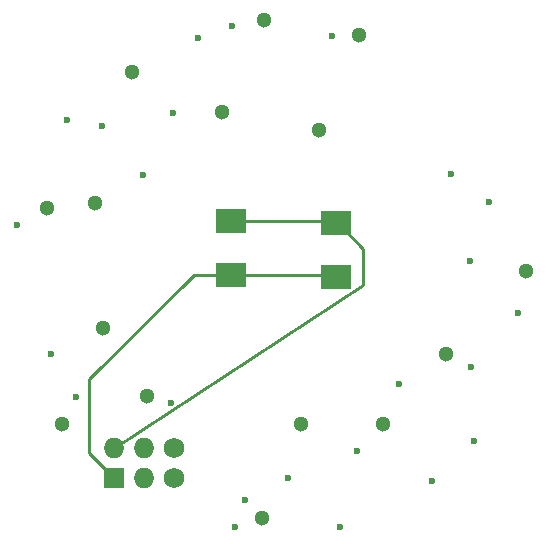
<source format=gbr>
%TF.GenerationSoftware,KiCad,Pcbnew,(5.1.10)-1*%
%TF.CreationDate,2021-09-01T23:07:39-05:00*%
%TF.ProjectId,Bsides-KC-2021-SAO-Sponsor,42736964-6573-42d4-9b43-2d323032312d,rev?*%
%TF.SameCoordinates,Original*%
%TF.FileFunction,Copper,L2,Bot*%
%TF.FilePolarity,Positive*%
%FSLAX46Y46*%
G04 Gerber Fmt 4.6, Leading zero omitted, Abs format (unit mm)*
G04 Created by KiCad (PCBNEW (5.1.10)-1) date 2021-09-01 23:07:39*
%MOMM*%
%LPD*%
G01*
G04 APERTURE LIST*
%TA.AperFunction,SMDPad,CuDef*%
%ADD10R,2.500000X2.000000*%
%TD*%
%TA.AperFunction,ComponentPad*%
%ADD11C,1.727200*%
%TD*%
%TA.AperFunction,ComponentPad*%
%ADD12O,1.727200X1.727200*%
%TD*%
%TA.AperFunction,ComponentPad*%
%ADD13R,1.727200X1.727200*%
%TD*%
%TA.AperFunction,ViaPad*%
%ADD14C,0.600000*%
%TD*%
%TA.AperFunction,ViaPad*%
%ADD15C,1.300000*%
%TD*%
%TA.AperFunction,Conductor*%
%ADD16C,0.250000*%
%TD*%
G04 APERTURE END LIST*
D10*
%TO.P,D2,1*%
%TO.N,GND*%
X112561340Y-76434980D03*
%TO.P,D2,2*%
%TO.N,VCC*%
X112561340Y-71834980D03*
%TD*%
%TO.P,D1,1*%
%TO.N,GND*%
X103639620Y-76234320D03*
%TO.P,D1,2*%
%TO.N,VCC*%
X103639620Y-71634320D03*
%TD*%
D11*
%TO.P,X1,5*%
%TO.N,Net-(X1-Pad5)*%
X98896480Y-90913900D03*
%TO.P,X1,6*%
%TO.N,Net-(X1-Pad6)*%
X98896480Y-93453900D03*
D12*
%TO.P,X1,3*%
%TO.N,Net-(X1-Pad3)*%
X96356480Y-90913900D03*
%TO.P,X1,4*%
%TO.N,Net-(X1-Pad4)*%
X96356480Y-93453900D03*
%TO.P,X1,1*%
%TO.N,VCC*%
X93816480Y-90913900D03*
D13*
%TO.P,X1,2*%
%TO.N,GND*%
X93816480Y-93453900D03*
%TD*%
D14*
%TO.N,*%
X92793820Y-63586360D03*
X89783920Y-63119000D03*
X98745040Y-62517020D03*
X100886260Y-56187340D03*
X103807260Y-55138320D03*
X122285760Y-67665600D03*
X112255300Y-55986680D03*
X123891040Y-75044300D03*
X125516640Y-70030340D03*
X85526880Y-72034400D03*
X96192340Y-67744340D03*
X88407240Y-82910680D03*
X124043440Y-84066380D03*
X117939820Y-85425280D03*
X124251720Y-90319860D03*
X98600260Y-87030560D03*
X90548460Y-86547960D03*
X104879140Y-95300800D03*
X104043480Y-97548700D03*
X112903000Y-97612200D03*
X108473240Y-93408500D03*
X120703340Y-93695520D03*
X114381280Y-91160600D03*
X127990600Y-79443580D03*
D15*
X92875100Y-80695800D03*
X116555520Y-88816180D03*
X121851420Y-82941160D03*
X111099600Y-63939420D03*
X88115140Y-70551040D03*
X89400380Y-88879680D03*
X102913180Y-62430660D03*
X128691640Y-75879960D03*
X95341440Y-59006740D03*
X114477800Y-55956200D03*
X106296460Y-96817180D03*
X109578140Y-88821260D03*
X96542860Y-86464140D03*
X92151200Y-70147180D03*
X106479340Y-54660800D03*
%TD*%
D16*
%TO.N,GND*%
X91663520Y-91300940D02*
X93816480Y-93453900D01*
X91663520Y-85064600D02*
X91663520Y-91300940D01*
X100528120Y-76200000D02*
X91663520Y-85064600D01*
X103650000Y-76200000D02*
X100528120Y-76200000D01*
X112360680Y-76234320D02*
X112561340Y-76434980D01*
X103639620Y-76234320D02*
X112360680Y-76234320D01*
%TO.N,VCC*%
X114894360Y-77111860D02*
X93816480Y-90913900D01*
X112360680Y-71634320D02*
X112561340Y-71834980D01*
X103639620Y-71634320D02*
X112360680Y-71634320D01*
X114896900Y-74046900D02*
X114896900Y-77122020D01*
X112700000Y-71850000D02*
X114896900Y-74046900D01*
%TD*%
M02*

</source>
